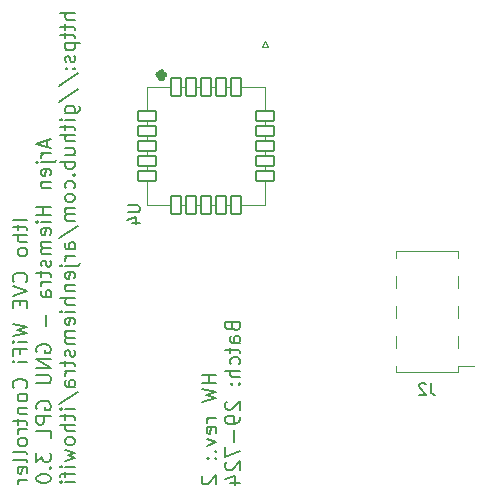
<source format=gbo>
G04 #@! TF.GenerationSoftware,KiCad,Pcbnew,7.0.10*
G04 #@! TF.CreationDate,2024-02-15T21:55:24+01:00*
G04 #@! TF.ProjectId,ithowifi_4l,6974686f-7769-4666-995f-346c2e6b6963,rev?*
G04 #@! TF.SameCoordinates,Original*
G04 #@! TF.FileFunction,Legend,Bot*
G04 #@! TF.FilePolarity,Positive*
%FSLAX46Y46*%
G04 Gerber Fmt 4.6, Leading zero omitted, Abs format (unit mm)*
G04 Created by KiCad (PCBNEW 7.0.10) date 2024-02-15 21:55:24*
%MOMM*%
%LPD*%
G01*
G04 APERTURE LIST*
G04 Aperture macros list*
%AMRoundRect*
0 Rectangle with rounded corners*
0 $1 Rounding radius*
0 $2 $3 $4 $5 $6 $7 $8 $9 X,Y pos of 4 corners*
0 Add a 4 corners polygon primitive as box body*
4,1,4,$2,$3,$4,$5,$6,$7,$8,$9,$2,$3,0*
0 Add four circle primitives for the rounded corners*
1,1,$1+$1,$2,$3*
1,1,$1+$1,$4,$5*
1,1,$1+$1,$6,$7*
1,1,$1+$1,$8,$9*
0 Add four rect primitives between the rounded corners*
20,1,$1+$1,$2,$3,$4,$5,0*
20,1,$1+$1,$4,$5,$6,$7,0*
20,1,$1+$1,$6,$7,$8,$9,0*
20,1,$1+$1,$8,$9,$2,$3,0*%
G04 Aperture macros list end*
%ADD10C,0.200000*%
%ADD11C,0.150000*%
%ADD12C,0.100000*%
%ADD13C,0.635000*%
%ADD14C,0.120000*%
%ADD15RoundRect,0.101600X-0.400000X0.750000X-0.400000X-0.750000X0.400000X-0.750000X0.400000X0.750000X0*%
%ADD16RoundRect,0.101600X0.400000X0.750000X-0.400000X0.750000X-0.400000X-0.750000X0.400000X-0.750000X0*%
%ADD17RoundRect,0.101600X0.750000X0.400000X-0.750000X0.400000X-0.750000X-0.400000X0.750000X-0.400000X0*%
%ADD18RoundRect,0.101600X-0.750000X-0.400000X0.750000X-0.400000X0.750000X0.400000X-0.750000X0.400000X0*%
%ADD19RoundRect,0.101600X-0.750000X0.400000X-0.750000X-0.400000X0.750000X-0.400000X0.750000X0.400000X0*%
%ADD20R,1.700000X1.700000*%
%ADD21O,1.700000X1.700000*%
%ADD22C,3.200000*%
%ADD23C,0.990600*%
%ADD24C,2.000000*%
%ADD25R,3.000000X1.000000*%
%ADD26R,1.500000X5.080000*%
G04 APERTURE END LIST*
D10*
X86951963Y-126225092D02*
X85705963Y-126225092D01*
X86121296Y-126640425D02*
X86121296Y-127115092D01*
X85705963Y-126818425D02*
X86773963Y-126818425D01*
X86773963Y-126818425D02*
X86892630Y-126877759D01*
X86892630Y-126877759D02*
X86951963Y-126996425D01*
X86951963Y-126996425D02*
X86951963Y-127115092D01*
X86951963Y-127530425D02*
X85705963Y-127530425D01*
X86951963Y-128064425D02*
X86299296Y-128064425D01*
X86299296Y-128064425D02*
X86180630Y-128005092D01*
X86180630Y-128005092D02*
X86121296Y-127886425D01*
X86121296Y-127886425D02*
X86121296Y-127708425D01*
X86121296Y-127708425D02*
X86180630Y-127589759D01*
X86180630Y-127589759D02*
X86239963Y-127530425D01*
X86951963Y-128835758D02*
X86892630Y-128717092D01*
X86892630Y-128717092D02*
X86833296Y-128657758D01*
X86833296Y-128657758D02*
X86714630Y-128598425D01*
X86714630Y-128598425D02*
X86358630Y-128598425D01*
X86358630Y-128598425D02*
X86239963Y-128657758D01*
X86239963Y-128657758D02*
X86180630Y-128717092D01*
X86180630Y-128717092D02*
X86121296Y-128835758D01*
X86121296Y-128835758D02*
X86121296Y-129013758D01*
X86121296Y-129013758D02*
X86180630Y-129132425D01*
X86180630Y-129132425D02*
X86239963Y-129191758D01*
X86239963Y-129191758D02*
X86358630Y-129251092D01*
X86358630Y-129251092D02*
X86714630Y-129251092D01*
X86714630Y-129251092D02*
X86833296Y-129191758D01*
X86833296Y-129191758D02*
X86892630Y-129132425D01*
X86892630Y-129132425D02*
X86951963Y-129013758D01*
X86951963Y-129013758D02*
X86951963Y-128835758D01*
X86833296Y-131446424D02*
X86892630Y-131387091D01*
X86892630Y-131387091D02*
X86951963Y-131209091D01*
X86951963Y-131209091D02*
X86951963Y-131090424D01*
X86951963Y-131090424D02*
X86892630Y-130912424D01*
X86892630Y-130912424D02*
X86773963Y-130793758D01*
X86773963Y-130793758D02*
X86655296Y-130734424D01*
X86655296Y-130734424D02*
X86417963Y-130675091D01*
X86417963Y-130675091D02*
X86239963Y-130675091D01*
X86239963Y-130675091D02*
X86002630Y-130734424D01*
X86002630Y-130734424D02*
X85883963Y-130793758D01*
X85883963Y-130793758D02*
X85765296Y-130912424D01*
X85765296Y-130912424D02*
X85705963Y-131090424D01*
X85705963Y-131090424D02*
X85705963Y-131209091D01*
X85705963Y-131209091D02*
X85765296Y-131387091D01*
X85765296Y-131387091D02*
X85824630Y-131446424D01*
X85705963Y-131802424D02*
X86951963Y-132217758D01*
X86951963Y-132217758D02*
X85705963Y-132633091D01*
X86299296Y-133048424D02*
X86299296Y-133463758D01*
X86951963Y-133641758D02*
X86951963Y-133048424D01*
X86951963Y-133048424D02*
X85705963Y-133048424D01*
X85705963Y-133048424D02*
X85705963Y-133641758D01*
X85705963Y-135006424D02*
X86951963Y-135303090D01*
X86951963Y-135303090D02*
X86061963Y-135540424D01*
X86061963Y-135540424D02*
X86951963Y-135777757D01*
X86951963Y-135777757D02*
X85705963Y-136074424D01*
X86951963Y-136549090D02*
X86121296Y-136549090D01*
X85705963Y-136549090D02*
X85765296Y-136489757D01*
X85765296Y-136489757D02*
X85824630Y-136549090D01*
X85824630Y-136549090D02*
X85765296Y-136608424D01*
X85765296Y-136608424D02*
X85705963Y-136549090D01*
X85705963Y-136549090D02*
X85824630Y-136549090D01*
X86299296Y-137557757D02*
X86299296Y-137142423D01*
X86951963Y-137142423D02*
X85705963Y-137142423D01*
X85705963Y-137142423D02*
X85705963Y-137735757D01*
X86951963Y-138210423D02*
X86121296Y-138210423D01*
X85705963Y-138210423D02*
X85765296Y-138151090D01*
X85765296Y-138151090D02*
X85824630Y-138210423D01*
X85824630Y-138210423D02*
X85765296Y-138269757D01*
X85765296Y-138269757D02*
X85705963Y-138210423D01*
X85705963Y-138210423D02*
X85824630Y-138210423D01*
X86833296Y-140465089D02*
X86892630Y-140405756D01*
X86892630Y-140405756D02*
X86951963Y-140227756D01*
X86951963Y-140227756D02*
X86951963Y-140109089D01*
X86951963Y-140109089D02*
X86892630Y-139931089D01*
X86892630Y-139931089D02*
X86773963Y-139812423D01*
X86773963Y-139812423D02*
X86655296Y-139753089D01*
X86655296Y-139753089D02*
X86417963Y-139693756D01*
X86417963Y-139693756D02*
X86239963Y-139693756D01*
X86239963Y-139693756D02*
X86002630Y-139753089D01*
X86002630Y-139753089D02*
X85883963Y-139812423D01*
X85883963Y-139812423D02*
X85765296Y-139931089D01*
X85765296Y-139931089D02*
X85705963Y-140109089D01*
X85705963Y-140109089D02*
X85705963Y-140227756D01*
X85705963Y-140227756D02*
X85765296Y-140405756D01*
X85765296Y-140405756D02*
X85824630Y-140465089D01*
X86951963Y-141177089D02*
X86892630Y-141058423D01*
X86892630Y-141058423D02*
X86833296Y-140999089D01*
X86833296Y-140999089D02*
X86714630Y-140939756D01*
X86714630Y-140939756D02*
X86358630Y-140939756D01*
X86358630Y-140939756D02*
X86239963Y-140999089D01*
X86239963Y-140999089D02*
X86180630Y-141058423D01*
X86180630Y-141058423D02*
X86121296Y-141177089D01*
X86121296Y-141177089D02*
X86121296Y-141355089D01*
X86121296Y-141355089D02*
X86180630Y-141473756D01*
X86180630Y-141473756D02*
X86239963Y-141533089D01*
X86239963Y-141533089D02*
X86358630Y-141592423D01*
X86358630Y-141592423D02*
X86714630Y-141592423D01*
X86714630Y-141592423D02*
X86833296Y-141533089D01*
X86833296Y-141533089D02*
X86892630Y-141473756D01*
X86892630Y-141473756D02*
X86951963Y-141355089D01*
X86951963Y-141355089D02*
X86951963Y-141177089D01*
X86121296Y-142126422D02*
X86951963Y-142126422D01*
X86239963Y-142126422D02*
X86180630Y-142185756D01*
X86180630Y-142185756D02*
X86121296Y-142304422D01*
X86121296Y-142304422D02*
X86121296Y-142482422D01*
X86121296Y-142482422D02*
X86180630Y-142601089D01*
X86180630Y-142601089D02*
X86299296Y-142660422D01*
X86299296Y-142660422D02*
X86951963Y-142660422D01*
X86121296Y-143075755D02*
X86121296Y-143550422D01*
X85705963Y-143253755D02*
X86773963Y-143253755D01*
X86773963Y-143253755D02*
X86892630Y-143313089D01*
X86892630Y-143313089D02*
X86951963Y-143431755D01*
X86951963Y-143431755D02*
X86951963Y-143550422D01*
X86951963Y-143965755D02*
X86121296Y-143965755D01*
X86358630Y-143965755D02*
X86239963Y-144025089D01*
X86239963Y-144025089D02*
X86180630Y-144084422D01*
X86180630Y-144084422D02*
X86121296Y-144203089D01*
X86121296Y-144203089D02*
X86121296Y-144321755D01*
X86951963Y-144915088D02*
X86892630Y-144796422D01*
X86892630Y-144796422D02*
X86833296Y-144737088D01*
X86833296Y-144737088D02*
X86714630Y-144677755D01*
X86714630Y-144677755D02*
X86358630Y-144677755D01*
X86358630Y-144677755D02*
X86239963Y-144737088D01*
X86239963Y-144737088D02*
X86180630Y-144796422D01*
X86180630Y-144796422D02*
X86121296Y-144915088D01*
X86121296Y-144915088D02*
X86121296Y-145093088D01*
X86121296Y-145093088D02*
X86180630Y-145211755D01*
X86180630Y-145211755D02*
X86239963Y-145271088D01*
X86239963Y-145271088D02*
X86358630Y-145330422D01*
X86358630Y-145330422D02*
X86714630Y-145330422D01*
X86714630Y-145330422D02*
X86833296Y-145271088D01*
X86833296Y-145271088D02*
X86892630Y-145211755D01*
X86892630Y-145211755D02*
X86951963Y-145093088D01*
X86951963Y-145093088D02*
X86951963Y-144915088D01*
X86951963Y-146042421D02*
X86892630Y-145923755D01*
X86892630Y-145923755D02*
X86773963Y-145864421D01*
X86773963Y-145864421D02*
X85705963Y-145864421D01*
X86951963Y-146695088D02*
X86892630Y-146576422D01*
X86892630Y-146576422D02*
X86773963Y-146517088D01*
X86773963Y-146517088D02*
X85705963Y-146517088D01*
X86892630Y-147644422D02*
X86951963Y-147525755D01*
X86951963Y-147525755D02*
X86951963Y-147288422D01*
X86951963Y-147288422D02*
X86892630Y-147169755D01*
X86892630Y-147169755D02*
X86773963Y-147110422D01*
X86773963Y-147110422D02*
X86299296Y-147110422D01*
X86299296Y-147110422D02*
X86180630Y-147169755D01*
X86180630Y-147169755D02*
X86121296Y-147288422D01*
X86121296Y-147288422D02*
X86121296Y-147525755D01*
X86121296Y-147525755D02*
X86180630Y-147644422D01*
X86180630Y-147644422D02*
X86299296Y-147703755D01*
X86299296Y-147703755D02*
X86417963Y-147703755D01*
X86417963Y-147703755D02*
X86536630Y-147110422D01*
X86951963Y-148237755D02*
X86121296Y-148237755D01*
X86358630Y-148237755D02*
X86239963Y-148297089D01*
X86239963Y-148297089D02*
X86180630Y-148356422D01*
X86180630Y-148356422D02*
X86121296Y-148475089D01*
X86121296Y-148475089D02*
X86121296Y-148593755D01*
X88602023Y-119461092D02*
X88602023Y-120054425D01*
X88958023Y-119342425D02*
X87712023Y-119757759D01*
X87712023Y-119757759D02*
X88958023Y-120173092D01*
X88958023Y-120588425D02*
X88127356Y-120588425D01*
X88364690Y-120588425D02*
X88246023Y-120647759D01*
X88246023Y-120647759D02*
X88186690Y-120707092D01*
X88186690Y-120707092D02*
X88127356Y-120825759D01*
X88127356Y-120825759D02*
X88127356Y-120944425D01*
X88127356Y-121359758D02*
X89195356Y-121359758D01*
X89195356Y-121359758D02*
X89314023Y-121300425D01*
X89314023Y-121300425D02*
X89373356Y-121181758D01*
X89373356Y-121181758D02*
X89373356Y-121122425D01*
X87712023Y-121359758D02*
X87771356Y-121300425D01*
X87771356Y-121300425D02*
X87830690Y-121359758D01*
X87830690Y-121359758D02*
X87771356Y-121419092D01*
X87771356Y-121419092D02*
X87712023Y-121359758D01*
X87712023Y-121359758D02*
X87830690Y-121359758D01*
X88898690Y-122427758D02*
X88958023Y-122309091D01*
X88958023Y-122309091D02*
X88958023Y-122071758D01*
X88958023Y-122071758D02*
X88898690Y-121953091D01*
X88898690Y-121953091D02*
X88780023Y-121893758D01*
X88780023Y-121893758D02*
X88305356Y-121893758D01*
X88305356Y-121893758D02*
X88186690Y-121953091D01*
X88186690Y-121953091D02*
X88127356Y-122071758D01*
X88127356Y-122071758D02*
X88127356Y-122309091D01*
X88127356Y-122309091D02*
X88186690Y-122427758D01*
X88186690Y-122427758D02*
X88305356Y-122487091D01*
X88305356Y-122487091D02*
X88424023Y-122487091D01*
X88424023Y-122487091D02*
X88542690Y-121893758D01*
X88127356Y-123021091D02*
X88958023Y-123021091D01*
X88246023Y-123021091D02*
X88186690Y-123080425D01*
X88186690Y-123080425D02*
X88127356Y-123199091D01*
X88127356Y-123199091D02*
X88127356Y-123377091D01*
X88127356Y-123377091D02*
X88186690Y-123495758D01*
X88186690Y-123495758D02*
X88305356Y-123555091D01*
X88305356Y-123555091D02*
X88958023Y-123555091D01*
X88958023Y-125097757D02*
X87712023Y-125097757D01*
X88305356Y-125097757D02*
X88305356Y-125809757D01*
X88958023Y-125809757D02*
X87712023Y-125809757D01*
X88958023Y-126403090D02*
X88127356Y-126403090D01*
X87712023Y-126403090D02*
X87771356Y-126343757D01*
X87771356Y-126343757D02*
X87830690Y-126403090D01*
X87830690Y-126403090D02*
X87771356Y-126462424D01*
X87771356Y-126462424D02*
X87712023Y-126403090D01*
X87712023Y-126403090D02*
X87830690Y-126403090D01*
X88898690Y-127471090D02*
X88958023Y-127352423D01*
X88958023Y-127352423D02*
X88958023Y-127115090D01*
X88958023Y-127115090D02*
X88898690Y-126996423D01*
X88898690Y-126996423D02*
X88780023Y-126937090D01*
X88780023Y-126937090D02*
X88305356Y-126937090D01*
X88305356Y-126937090D02*
X88186690Y-126996423D01*
X88186690Y-126996423D02*
X88127356Y-127115090D01*
X88127356Y-127115090D02*
X88127356Y-127352423D01*
X88127356Y-127352423D02*
X88186690Y-127471090D01*
X88186690Y-127471090D02*
X88305356Y-127530423D01*
X88305356Y-127530423D02*
X88424023Y-127530423D01*
X88424023Y-127530423D02*
X88542690Y-126937090D01*
X88958023Y-128064423D02*
X88127356Y-128064423D01*
X88246023Y-128064423D02*
X88186690Y-128123757D01*
X88186690Y-128123757D02*
X88127356Y-128242423D01*
X88127356Y-128242423D02*
X88127356Y-128420423D01*
X88127356Y-128420423D02*
X88186690Y-128539090D01*
X88186690Y-128539090D02*
X88305356Y-128598423D01*
X88305356Y-128598423D02*
X88958023Y-128598423D01*
X88305356Y-128598423D02*
X88186690Y-128657757D01*
X88186690Y-128657757D02*
X88127356Y-128776423D01*
X88127356Y-128776423D02*
X88127356Y-128954423D01*
X88127356Y-128954423D02*
X88186690Y-129073090D01*
X88186690Y-129073090D02*
X88305356Y-129132423D01*
X88305356Y-129132423D02*
X88958023Y-129132423D01*
X88898690Y-129666423D02*
X88958023Y-129785090D01*
X88958023Y-129785090D02*
X88958023Y-130022423D01*
X88958023Y-130022423D02*
X88898690Y-130141090D01*
X88898690Y-130141090D02*
X88780023Y-130200423D01*
X88780023Y-130200423D02*
X88720690Y-130200423D01*
X88720690Y-130200423D02*
X88602023Y-130141090D01*
X88602023Y-130141090D02*
X88542690Y-130022423D01*
X88542690Y-130022423D02*
X88542690Y-129844423D01*
X88542690Y-129844423D02*
X88483356Y-129725756D01*
X88483356Y-129725756D02*
X88364690Y-129666423D01*
X88364690Y-129666423D02*
X88305356Y-129666423D01*
X88305356Y-129666423D02*
X88186690Y-129725756D01*
X88186690Y-129725756D02*
X88127356Y-129844423D01*
X88127356Y-129844423D02*
X88127356Y-130022423D01*
X88127356Y-130022423D02*
X88186690Y-130141090D01*
X88127356Y-130556423D02*
X88127356Y-131031090D01*
X87712023Y-130734423D02*
X88780023Y-130734423D01*
X88780023Y-130734423D02*
X88898690Y-130793757D01*
X88898690Y-130793757D02*
X88958023Y-130912423D01*
X88958023Y-130912423D02*
X88958023Y-131031090D01*
X88958023Y-131446423D02*
X88127356Y-131446423D01*
X88364690Y-131446423D02*
X88246023Y-131505757D01*
X88246023Y-131505757D02*
X88186690Y-131565090D01*
X88186690Y-131565090D02*
X88127356Y-131683757D01*
X88127356Y-131683757D02*
X88127356Y-131802423D01*
X88958023Y-132751756D02*
X88305356Y-132751756D01*
X88305356Y-132751756D02*
X88186690Y-132692423D01*
X88186690Y-132692423D02*
X88127356Y-132573756D01*
X88127356Y-132573756D02*
X88127356Y-132336423D01*
X88127356Y-132336423D02*
X88186690Y-132217756D01*
X88898690Y-132751756D02*
X88958023Y-132633090D01*
X88958023Y-132633090D02*
X88958023Y-132336423D01*
X88958023Y-132336423D02*
X88898690Y-132217756D01*
X88898690Y-132217756D02*
X88780023Y-132158423D01*
X88780023Y-132158423D02*
X88661356Y-132158423D01*
X88661356Y-132158423D02*
X88542690Y-132217756D01*
X88542690Y-132217756D02*
X88483356Y-132336423D01*
X88483356Y-132336423D02*
X88483356Y-132633090D01*
X88483356Y-132633090D02*
X88424023Y-132751756D01*
X88483356Y-134294422D02*
X88483356Y-135243756D01*
X87771356Y-137439089D02*
X87712023Y-137320422D01*
X87712023Y-137320422D02*
X87712023Y-137142422D01*
X87712023Y-137142422D02*
X87771356Y-136964422D01*
X87771356Y-136964422D02*
X87890023Y-136845756D01*
X87890023Y-136845756D02*
X88008690Y-136786422D01*
X88008690Y-136786422D02*
X88246023Y-136727089D01*
X88246023Y-136727089D02*
X88424023Y-136727089D01*
X88424023Y-136727089D02*
X88661356Y-136786422D01*
X88661356Y-136786422D02*
X88780023Y-136845756D01*
X88780023Y-136845756D02*
X88898690Y-136964422D01*
X88898690Y-136964422D02*
X88958023Y-137142422D01*
X88958023Y-137142422D02*
X88958023Y-137261089D01*
X88958023Y-137261089D02*
X88898690Y-137439089D01*
X88898690Y-137439089D02*
X88839356Y-137498422D01*
X88839356Y-137498422D02*
X88424023Y-137498422D01*
X88424023Y-137498422D02*
X88424023Y-137261089D01*
X88958023Y-138032422D02*
X87712023Y-138032422D01*
X87712023Y-138032422D02*
X88958023Y-138744422D01*
X88958023Y-138744422D02*
X87712023Y-138744422D01*
X87712023Y-139337755D02*
X88720690Y-139337755D01*
X88720690Y-139337755D02*
X88839356Y-139397089D01*
X88839356Y-139397089D02*
X88898690Y-139456422D01*
X88898690Y-139456422D02*
X88958023Y-139575089D01*
X88958023Y-139575089D02*
X88958023Y-139812422D01*
X88958023Y-139812422D02*
X88898690Y-139931089D01*
X88898690Y-139931089D02*
X88839356Y-139990422D01*
X88839356Y-139990422D02*
X88720690Y-140049755D01*
X88720690Y-140049755D02*
X87712023Y-140049755D01*
X87771356Y-142245088D02*
X87712023Y-142126421D01*
X87712023Y-142126421D02*
X87712023Y-141948421D01*
X87712023Y-141948421D02*
X87771356Y-141770421D01*
X87771356Y-141770421D02*
X87890023Y-141651755D01*
X87890023Y-141651755D02*
X88008690Y-141592421D01*
X88008690Y-141592421D02*
X88246023Y-141533088D01*
X88246023Y-141533088D02*
X88424023Y-141533088D01*
X88424023Y-141533088D02*
X88661356Y-141592421D01*
X88661356Y-141592421D02*
X88780023Y-141651755D01*
X88780023Y-141651755D02*
X88898690Y-141770421D01*
X88898690Y-141770421D02*
X88958023Y-141948421D01*
X88958023Y-141948421D02*
X88958023Y-142067088D01*
X88958023Y-142067088D02*
X88898690Y-142245088D01*
X88898690Y-142245088D02*
X88839356Y-142304421D01*
X88839356Y-142304421D02*
X88424023Y-142304421D01*
X88424023Y-142304421D02*
X88424023Y-142067088D01*
X88958023Y-142838421D02*
X87712023Y-142838421D01*
X87712023Y-142838421D02*
X87712023Y-143313088D01*
X87712023Y-143313088D02*
X87771356Y-143431755D01*
X87771356Y-143431755D02*
X87830690Y-143491088D01*
X87830690Y-143491088D02*
X87949356Y-143550421D01*
X87949356Y-143550421D02*
X88127356Y-143550421D01*
X88127356Y-143550421D02*
X88246023Y-143491088D01*
X88246023Y-143491088D02*
X88305356Y-143431755D01*
X88305356Y-143431755D02*
X88364690Y-143313088D01*
X88364690Y-143313088D02*
X88364690Y-142838421D01*
X88958023Y-144677755D02*
X88958023Y-144084421D01*
X88958023Y-144084421D02*
X87712023Y-144084421D01*
X87712023Y-145923755D02*
X87712023Y-146695088D01*
X87712023Y-146695088D02*
X88186690Y-146279755D01*
X88186690Y-146279755D02*
X88186690Y-146457755D01*
X88186690Y-146457755D02*
X88246023Y-146576421D01*
X88246023Y-146576421D02*
X88305356Y-146635755D01*
X88305356Y-146635755D02*
X88424023Y-146695088D01*
X88424023Y-146695088D02*
X88720690Y-146695088D01*
X88720690Y-146695088D02*
X88839356Y-146635755D01*
X88839356Y-146635755D02*
X88898690Y-146576421D01*
X88898690Y-146576421D02*
X88958023Y-146457755D01*
X88958023Y-146457755D02*
X88958023Y-146101755D01*
X88958023Y-146101755D02*
X88898690Y-145983088D01*
X88898690Y-145983088D02*
X88839356Y-145923755D01*
X88839356Y-147229088D02*
X88898690Y-147288422D01*
X88898690Y-147288422D02*
X88958023Y-147229088D01*
X88958023Y-147229088D02*
X88898690Y-147169755D01*
X88898690Y-147169755D02*
X88839356Y-147229088D01*
X88839356Y-147229088D02*
X88958023Y-147229088D01*
X87712023Y-148059755D02*
X87712023Y-148178421D01*
X87712023Y-148178421D02*
X87771356Y-148297088D01*
X87771356Y-148297088D02*
X87830690Y-148356421D01*
X87830690Y-148356421D02*
X87949356Y-148415755D01*
X87949356Y-148415755D02*
X88186690Y-148475088D01*
X88186690Y-148475088D02*
X88483356Y-148475088D01*
X88483356Y-148475088D02*
X88720690Y-148415755D01*
X88720690Y-148415755D02*
X88839356Y-148356421D01*
X88839356Y-148356421D02*
X88898690Y-148297088D01*
X88898690Y-148297088D02*
X88958023Y-148178421D01*
X88958023Y-148178421D02*
X88958023Y-148059755D01*
X88958023Y-148059755D02*
X88898690Y-147941088D01*
X88898690Y-147941088D02*
X88839356Y-147881755D01*
X88839356Y-147881755D02*
X88720690Y-147822421D01*
X88720690Y-147822421D02*
X88483356Y-147763088D01*
X88483356Y-147763088D02*
X88186690Y-147763088D01*
X88186690Y-147763088D02*
X87949356Y-147822421D01*
X87949356Y-147822421D02*
X87830690Y-147881755D01*
X87830690Y-147881755D02*
X87771356Y-147941088D01*
X87771356Y-147941088D02*
X87712023Y-148059755D01*
X90964083Y-108721764D02*
X89718083Y-108721764D01*
X90964083Y-109255764D02*
X90311416Y-109255764D01*
X90311416Y-109255764D02*
X90192750Y-109196431D01*
X90192750Y-109196431D02*
X90133416Y-109077764D01*
X90133416Y-109077764D02*
X90133416Y-108899764D01*
X90133416Y-108899764D02*
X90192750Y-108781098D01*
X90192750Y-108781098D02*
X90252083Y-108721764D01*
X90133416Y-109671097D02*
X90133416Y-110145764D01*
X89718083Y-109849097D02*
X90786083Y-109849097D01*
X90786083Y-109849097D02*
X90904750Y-109908431D01*
X90904750Y-109908431D02*
X90964083Y-110027097D01*
X90964083Y-110027097D02*
X90964083Y-110145764D01*
X90133416Y-110383097D02*
X90133416Y-110857764D01*
X89718083Y-110561097D02*
X90786083Y-110561097D01*
X90786083Y-110561097D02*
X90904750Y-110620431D01*
X90904750Y-110620431D02*
X90964083Y-110739097D01*
X90964083Y-110739097D02*
X90964083Y-110857764D01*
X90133416Y-111273097D02*
X91379416Y-111273097D01*
X90192750Y-111273097D02*
X90133416Y-111391764D01*
X90133416Y-111391764D02*
X90133416Y-111629097D01*
X90133416Y-111629097D02*
X90192750Y-111747764D01*
X90192750Y-111747764D02*
X90252083Y-111807097D01*
X90252083Y-111807097D02*
X90370750Y-111866431D01*
X90370750Y-111866431D02*
X90726750Y-111866431D01*
X90726750Y-111866431D02*
X90845416Y-111807097D01*
X90845416Y-111807097D02*
X90904750Y-111747764D01*
X90904750Y-111747764D02*
X90964083Y-111629097D01*
X90964083Y-111629097D02*
X90964083Y-111391764D01*
X90964083Y-111391764D02*
X90904750Y-111273097D01*
X90904750Y-112341097D02*
X90964083Y-112459764D01*
X90964083Y-112459764D02*
X90964083Y-112697097D01*
X90964083Y-112697097D02*
X90904750Y-112815764D01*
X90904750Y-112815764D02*
X90786083Y-112875097D01*
X90786083Y-112875097D02*
X90726750Y-112875097D01*
X90726750Y-112875097D02*
X90608083Y-112815764D01*
X90608083Y-112815764D02*
X90548750Y-112697097D01*
X90548750Y-112697097D02*
X90548750Y-112519097D01*
X90548750Y-112519097D02*
X90489416Y-112400430D01*
X90489416Y-112400430D02*
X90370750Y-112341097D01*
X90370750Y-112341097D02*
X90311416Y-112341097D01*
X90311416Y-112341097D02*
X90192750Y-112400430D01*
X90192750Y-112400430D02*
X90133416Y-112519097D01*
X90133416Y-112519097D02*
X90133416Y-112697097D01*
X90133416Y-112697097D02*
X90192750Y-112815764D01*
X90845416Y-113409097D02*
X90904750Y-113468431D01*
X90904750Y-113468431D02*
X90964083Y-113409097D01*
X90964083Y-113409097D02*
X90904750Y-113349764D01*
X90904750Y-113349764D02*
X90845416Y-113409097D01*
X90845416Y-113409097D02*
X90964083Y-113409097D01*
X90192750Y-113409097D02*
X90252083Y-113468431D01*
X90252083Y-113468431D02*
X90311416Y-113409097D01*
X90311416Y-113409097D02*
X90252083Y-113349764D01*
X90252083Y-113349764D02*
X90192750Y-113409097D01*
X90192750Y-113409097D02*
X90311416Y-113409097D01*
X89658750Y-114892430D02*
X91260750Y-113824430D01*
X89658750Y-116197763D02*
X91260750Y-115129763D01*
X90133416Y-117147096D02*
X91142083Y-117147096D01*
X91142083Y-117147096D02*
X91260750Y-117087763D01*
X91260750Y-117087763D02*
X91320083Y-117028430D01*
X91320083Y-117028430D02*
X91379416Y-116909763D01*
X91379416Y-116909763D02*
X91379416Y-116731763D01*
X91379416Y-116731763D02*
X91320083Y-116613096D01*
X90904750Y-117147096D02*
X90964083Y-117028430D01*
X90964083Y-117028430D02*
X90964083Y-116791096D01*
X90964083Y-116791096D02*
X90904750Y-116672430D01*
X90904750Y-116672430D02*
X90845416Y-116613096D01*
X90845416Y-116613096D02*
X90726750Y-116553763D01*
X90726750Y-116553763D02*
X90370750Y-116553763D01*
X90370750Y-116553763D02*
X90252083Y-116613096D01*
X90252083Y-116613096D02*
X90192750Y-116672430D01*
X90192750Y-116672430D02*
X90133416Y-116791096D01*
X90133416Y-116791096D02*
X90133416Y-117028430D01*
X90133416Y-117028430D02*
X90192750Y-117147096D01*
X90964083Y-117740429D02*
X90133416Y-117740429D01*
X89718083Y-117740429D02*
X89777416Y-117681096D01*
X89777416Y-117681096D02*
X89836750Y-117740429D01*
X89836750Y-117740429D02*
X89777416Y-117799763D01*
X89777416Y-117799763D02*
X89718083Y-117740429D01*
X89718083Y-117740429D02*
X89836750Y-117740429D01*
X90133416Y-118155762D02*
X90133416Y-118630429D01*
X89718083Y-118333762D02*
X90786083Y-118333762D01*
X90786083Y-118333762D02*
X90904750Y-118393096D01*
X90904750Y-118393096D02*
X90964083Y-118511762D01*
X90964083Y-118511762D02*
X90964083Y-118630429D01*
X90964083Y-119045762D02*
X89718083Y-119045762D01*
X90964083Y-119579762D02*
X90311416Y-119579762D01*
X90311416Y-119579762D02*
X90192750Y-119520429D01*
X90192750Y-119520429D02*
X90133416Y-119401762D01*
X90133416Y-119401762D02*
X90133416Y-119223762D01*
X90133416Y-119223762D02*
X90192750Y-119105096D01*
X90192750Y-119105096D02*
X90252083Y-119045762D01*
X90133416Y-120707095D02*
X90964083Y-120707095D01*
X90133416Y-120173095D02*
X90786083Y-120173095D01*
X90786083Y-120173095D02*
X90904750Y-120232429D01*
X90904750Y-120232429D02*
X90964083Y-120351095D01*
X90964083Y-120351095D02*
X90964083Y-120529095D01*
X90964083Y-120529095D02*
X90904750Y-120647762D01*
X90904750Y-120647762D02*
X90845416Y-120707095D01*
X90964083Y-121300428D02*
X89718083Y-121300428D01*
X90192750Y-121300428D02*
X90133416Y-121419095D01*
X90133416Y-121419095D02*
X90133416Y-121656428D01*
X90133416Y-121656428D02*
X90192750Y-121775095D01*
X90192750Y-121775095D02*
X90252083Y-121834428D01*
X90252083Y-121834428D02*
X90370750Y-121893762D01*
X90370750Y-121893762D02*
X90726750Y-121893762D01*
X90726750Y-121893762D02*
X90845416Y-121834428D01*
X90845416Y-121834428D02*
X90904750Y-121775095D01*
X90904750Y-121775095D02*
X90964083Y-121656428D01*
X90964083Y-121656428D02*
X90964083Y-121419095D01*
X90964083Y-121419095D02*
X90904750Y-121300428D01*
X90845416Y-122427761D02*
X90904750Y-122487095D01*
X90904750Y-122487095D02*
X90964083Y-122427761D01*
X90964083Y-122427761D02*
X90904750Y-122368428D01*
X90904750Y-122368428D02*
X90845416Y-122427761D01*
X90845416Y-122427761D02*
X90964083Y-122427761D01*
X90904750Y-123555094D02*
X90964083Y-123436428D01*
X90964083Y-123436428D02*
X90964083Y-123199094D01*
X90964083Y-123199094D02*
X90904750Y-123080428D01*
X90904750Y-123080428D02*
X90845416Y-123021094D01*
X90845416Y-123021094D02*
X90726750Y-122961761D01*
X90726750Y-122961761D02*
X90370750Y-122961761D01*
X90370750Y-122961761D02*
X90252083Y-123021094D01*
X90252083Y-123021094D02*
X90192750Y-123080428D01*
X90192750Y-123080428D02*
X90133416Y-123199094D01*
X90133416Y-123199094D02*
X90133416Y-123436428D01*
X90133416Y-123436428D02*
X90192750Y-123555094D01*
X90964083Y-124267094D02*
X90904750Y-124148428D01*
X90904750Y-124148428D02*
X90845416Y-124089094D01*
X90845416Y-124089094D02*
X90726750Y-124029761D01*
X90726750Y-124029761D02*
X90370750Y-124029761D01*
X90370750Y-124029761D02*
X90252083Y-124089094D01*
X90252083Y-124089094D02*
X90192750Y-124148428D01*
X90192750Y-124148428D02*
X90133416Y-124267094D01*
X90133416Y-124267094D02*
X90133416Y-124445094D01*
X90133416Y-124445094D02*
X90192750Y-124563761D01*
X90192750Y-124563761D02*
X90252083Y-124623094D01*
X90252083Y-124623094D02*
X90370750Y-124682428D01*
X90370750Y-124682428D02*
X90726750Y-124682428D01*
X90726750Y-124682428D02*
X90845416Y-124623094D01*
X90845416Y-124623094D02*
X90904750Y-124563761D01*
X90904750Y-124563761D02*
X90964083Y-124445094D01*
X90964083Y-124445094D02*
X90964083Y-124267094D01*
X90964083Y-125216427D02*
X90133416Y-125216427D01*
X90252083Y-125216427D02*
X90192750Y-125275761D01*
X90192750Y-125275761D02*
X90133416Y-125394427D01*
X90133416Y-125394427D02*
X90133416Y-125572427D01*
X90133416Y-125572427D02*
X90192750Y-125691094D01*
X90192750Y-125691094D02*
X90311416Y-125750427D01*
X90311416Y-125750427D02*
X90964083Y-125750427D01*
X90311416Y-125750427D02*
X90192750Y-125809761D01*
X90192750Y-125809761D02*
X90133416Y-125928427D01*
X90133416Y-125928427D02*
X90133416Y-126106427D01*
X90133416Y-126106427D02*
X90192750Y-126225094D01*
X90192750Y-126225094D02*
X90311416Y-126284427D01*
X90311416Y-126284427D02*
X90964083Y-126284427D01*
X89658750Y-127767760D02*
X91260750Y-126699760D01*
X90964083Y-128717093D02*
X90311416Y-128717093D01*
X90311416Y-128717093D02*
X90192750Y-128657760D01*
X90192750Y-128657760D02*
X90133416Y-128539093D01*
X90133416Y-128539093D02*
X90133416Y-128301760D01*
X90133416Y-128301760D02*
X90192750Y-128183093D01*
X90904750Y-128717093D02*
X90964083Y-128598427D01*
X90964083Y-128598427D02*
X90964083Y-128301760D01*
X90964083Y-128301760D02*
X90904750Y-128183093D01*
X90904750Y-128183093D02*
X90786083Y-128123760D01*
X90786083Y-128123760D02*
X90667416Y-128123760D01*
X90667416Y-128123760D02*
X90548750Y-128183093D01*
X90548750Y-128183093D02*
X90489416Y-128301760D01*
X90489416Y-128301760D02*
X90489416Y-128598427D01*
X90489416Y-128598427D02*
X90430083Y-128717093D01*
X90964083Y-129310426D02*
X90133416Y-129310426D01*
X90370750Y-129310426D02*
X90252083Y-129369760D01*
X90252083Y-129369760D02*
X90192750Y-129429093D01*
X90192750Y-129429093D02*
X90133416Y-129547760D01*
X90133416Y-129547760D02*
X90133416Y-129666426D01*
X90133416Y-130081759D02*
X91201416Y-130081759D01*
X91201416Y-130081759D02*
X91320083Y-130022426D01*
X91320083Y-130022426D02*
X91379416Y-129903759D01*
X91379416Y-129903759D02*
X91379416Y-129844426D01*
X89718083Y-130081759D02*
X89777416Y-130022426D01*
X89777416Y-130022426D02*
X89836750Y-130081759D01*
X89836750Y-130081759D02*
X89777416Y-130141093D01*
X89777416Y-130141093D02*
X89718083Y-130081759D01*
X89718083Y-130081759D02*
X89836750Y-130081759D01*
X90904750Y-131149759D02*
X90964083Y-131031092D01*
X90964083Y-131031092D02*
X90964083Y-130793759D01*
X90964083Y-130793759D02*
X90904750Y-130675092D01*
X90904750Y-130675092D02*
X90786083Y-130615759D01*
X90786083Y-130615759D02*
X90311416Y-130615759D01*
X90311416Y-130615759D02*
X90192750Y-130675092D01*
X90192750Y-130675092D02*
X90133416Y-130793759D01*
X90133416Y-130793759D02*
X90133416Y-131031092D01*
X90133416Y-131031092D02*
X90192750Y-131149759D01*
X90192750Y-131149759D02*
X90311416Y-131209092D01*
X90311416Y-131209092D02*
X90430083Y-131209092D01*
X90430083Y-131209092D02*
X90548750Y-130615759D01*
X90133416Y-131743092D02*
X90964083Y-131743092D01*
X90252083Y-131743092D02*
X90192750Y-131802426D01*
X90192750Y-131802426D02*
X90133416Y-131921092D01*
X90133416Y-131921092D02*
X90133416Y-132099092D01*
X90133416Y-132099092D02*
X90192750Y-132217759D01*
X90192750Y-132217759D02*
X90311416Y-132277092D01*
X90311416Y-132277092D02*
X90964083Y-132277092D01*
X90964083Y-132870425D02*
X89718083Y-132870425D01*
X90964083Y-133404425D02*
X90311416Y-133404425D01*
X90311416Y-133404425D02*
X90192750Y-133345092D01*
X90192750Y-133345092D02*
X90133416Y-133226425D01*
X90133416Y-133226425D02*
X90133416Y-133048425D01*
X90133416Y-133048425D02*
X90192750Y-132929759D01*
X90192750Y-132929759D02*
X90252083Y-132870425D01*
X90964083Y-133997758D02*
X90133416Y-133997758D01*
X89718083Y-133997758D02*
X89777416Y-133938425D01*
X89777416Y-133938425D02*
X89836750Y-133997758D01*
X89836750Y-133997758D02*
X89777416Y-134057092D01*
X89777416Y-134057092D02*
X89718083Y-133997758D01*
X89718083Y-133997758D02*
X89836750Y-133997758D01*
X90904750Y-135065758D02*
X90964083Y-134947091D01*
X90964083Y-134947091D02*
X90964083Y-134709758D01*
X90964083Y-134709758D02*
X90904750Y-134591091D01*
X90904750Y-134591091D02*
X90786083Y-134531758D01*
X90786083Y-134531758D02*
X90311416Y-134531758D01*
X90311416Y-134531758D02*
X90192750Y-134591091D01*
X90192750Y-134591091D02*
X90133416Y-134709758D01*
X90133416Y-134709758D02*
X90133416Y-134947091D01*
X90133416Y-134947091D02*
X90192750Y-135065758D01*
X90192750Y-135065758D02*
X90311416Y-135125091D01*
X90311416Y-135125091D02*
X90430083Y-135125091D01*
X90430083Y-135125091D02*
X90548750Y-134531758D01*
X90964083Y-135659091D02*
X90133416Y-135659091D01*
X90252083Y-135659091D02*
X90192750Y-135718425D01*
X90192750Y-135718425D02*
X90133416Y-135837091D01*
X90133416Y-135837091D02*
X90133416Y-136015091D01*
X90133416Y-136015091D02*
X90192750Y-136133758D01*
X90192750Y-136133758D02*
X90311416Y-136193091D01*
X90311416Y-136193091D02*
X90964083Y-136193091D01*
X90311416Y-136193091D02*
X90192750Y-136252425D01*
X90192750Y-136252425D02*
X90133416Y-136371091D01*
X90133416Y-136371091D02*
X90133416Y-136549091D01*
X90133416Y-136549091D02*
X90192750Y-136667758D01*
X90192750Y-136667758D02*
X90311416Y-136727091D01*
X90311416Y-136727091D02*
X90964083Y-136727091D01*
X90904750Y-137261091D02*
X90964083Y-137379758D01*
X90964083Y-137379758D02*
X90964083Y-137617091D01*
X90964083Y-137617091D02*
X90904750Y-137735758D01*
X90904750Y-137735758D02*
X90786083Y-137795091D01*
X90786083Y-137795091D02*
X90726750Y-137795091D01*
X90726750Y-137795091D02*
X90608083Y-137735758D01*
X90608083Y-137735758D02*
X90548750Y-137617091D01*
X90548750Y-137617091D02*
X90548750Y-137439091D01*
X90548750Y-137439091D02*
X90489416Y-137320424D01*
X90489416Y-137320424D02*
X90370750Y-137261091D01*
X90370750Y-137261091D02*
X90311416Y-137261091D01*
X90311416Y-137261091D02*
X90192750Y-137320424D01*
X90192750Y-137320424D02*
X90133416Y-137439091D01*
X90133416Y-137439091D02*
X90133416Y-137617091D01*
X90133416Y-137617091D02*
X90192750Y-137735758D01*
X90133416Y-138151091D02*
X90133416Y-138625758D01*
X89718083Y-138329091D02*
X90786083Y-138329091D01*
X90786083Y-138329091D02*
X90904750Y-138388425D01*
X90904750Y-138388425D02*
X90964083Y-138507091D01*
X90964083Y-138507091D02*
X90964083Y-138625758D01*
X90964083Y-139041091D02*
X90133416Y-139041091D01*
X90370750Y-139041091D02*
X90252083Y-139100425D01*
X90252083Y-139100425D02*
X90192750Y-139159758D01*
X90192750Y-139159758D02*
X90133416Y-139278425D01*
X90133416Y-139278425D02*
X90133416Y-139397091D01*
X90964083Y-140346424D02*
X90311416Y-140346424D01*
X90311416Y-140346424D02*
X90192750Y-140287091D01*
X90192750Y-140287091D02*
X90133416Y-140168424D01*
X90133416Y-140168424D02*
X90133416Y-139931091D01*
X90133416Y-139931091D02*
X90192750Y-139812424D01*
X90904750Y-140346424D02*
X90964083Y-140227758D01*
X90964083Y-140227758D02*
X90964083Y-139931091D01*
X90964083Y-139931091D02*
X90904750Y-139812424D01*
X90904750Y-139812424D02*
X90786083Y-139753091D01*
X90786083Y-139753091D02*
X90667416Y-139753091D01*
X90667416Y-139753091D02*
X90548750Y-139812424D01*
X90548750Y-139812424D02*
X90489416Y-139931091D01*
X90489416Y-139931091D02*
X90489416Y-140227758D01*
X90489416Y-140227758D02*
X90430083Y-140346424D01*
X89658750Y-141829757D02*
X91260750Y-140761757D01*
X90964083Y-142245090D02*
X90133416Y-142245090D01*
X89718083Y-142245090D02*
X89777416Y-142185757D01*
X89777416Y-142185757D02*
X89836750Y-142245090D01*
X89836750Y-142245090D02*
X89777416Y-142304424D01*
X89777416Y-142304424D02*
X89718083Y-142245090D01*
X89718083Y-142245090D02*
X89836750Y-142245090D01*
X90133416Y-142660423D02*
X90133416Y-143135090D01*
X89718083Y-142838423D02*
X90786083Y-142838423D01*
X90786083Y-142838423D02*
X90904750Y-142897757D01*
X90904750Y-142897757D02*
X90964083Y-143016423D01*
X90964083Y-143016423D02*
X90964083Y-143135090D01*
X90964083Y-143550423D02*
X89718083Y-143550423D01*
X90964083Y-144084423D02*
X90311416Y-144084423D01*
X90311416Y-144084423D02*
X90192750Y-144025090D01*
X90192750Y-144025090D02*
X90133416Y-143906423D01*
X90133416Y-143906423D02*
X90133416Y-143728423D01*
X90133416Y-143728423D02*
X90192750Y-143609757D01*
X90192750Y-143609757D02*
X90252083Y-143550423D01*
X90964083Y-144855756D02*
X90904750Y-144737090D01*
X90904750Y-144737090D02*
X90845416Y-144677756D01*
X90845416Y-144677756D02*
X90726750Y-144618423D01*
X90726750Y-144618423D02*
X90370750Y-144618423D01*
X90370750Y-144618423D02*
X90252083Y-144677756D01*
X90252083Y-144677756D02*
X90192750Y-144737090D01*
X90192750Y-144737090D02*
X90133416Y-144855756D01*
X90133416Y-144855756D02*
X90133416Y-145033756D01*
X90133416Y-145033756D02*
X90192750Y-145152423D01*
X90192750Y-145152423D02*
X90252083Y-145211756D01*
X90252083Y-145211756D02*
X90370750Y-145271090D01*
X90370750Y-145271090D02*
X90726750Y-145271090D01*
X90726750Y-145271090D02*
X90845416Y-145211756D01*
X90845416Y-145211756D02*
X90904750Y-145152423D01*
X90904750Y-145152423D02*
X90964083Y-145033756D01*
X90964083Y-145033756D02*
X90964083Y-144855756D01*
X90133416Y-145686423D02*
X90964083Y-145923756D01*
X90964083Y-145923756D02*
X90370750Y-146161089D01*
X90370750Y-146161089D02*
X90964083Y-146398423D01*
X90964083Y-146398423D02*
X90133416Y-146635756D01*
X90964083Y-147110422D02*
X90133416Y-147110422D01*
X89718083Y-147110422D02*
X89777416Y-147051089D01*
X89777416Y-147051089D02*
X89836750Y-147110422D01*
X89836750Y-147110422D02*
X89777416Y-147169756D01*
X89777416Y-147169756D02*
X89718083Y-147110422D01*
X89718083Y-147110422D02*
X89836750Y-147110422D01*
X90133416Y-147525755D02*
X90133416Y-148000422D01*
X90964083Y-147703755D02*
X89896083Y-147703755D01*
X89896083Y-147703755D02*
X89777416Y-147763089D01*
X89777416Y-147763089D02*
X89718083Y-147881755D01*
X89718083Y-147881755D02*
X89718083Y-148000422D01*
X90964083Y-148415755D02*
X90133416Y-148415755D01*
X89718083Y-148415755D02*
X89777416Y-148356422D01*
X89777416Y-148356422D02*
X89836750Y-148415755D01*
X89836750Y-148415755D02*
X89777416Y-148475089D01*
X89777416Y-148475089D02*
X89718083Y-148415755D01*
X89718083Y-148415755D02*
X89836750Y-148415755D01*
X102940993Y-139346090D02*
X101694993Y-139346090D01*
X102288326Y-139346090D02*
X102288326Y-140058090D01*
X102940993Y-140058090D02*
X101694993Y-140058090D01*
X101694993Y-140532757D02*
X102940993Y-140829423D01*
X102940993Y-140829423D02*
X102050993Y-141066757D01*
X102050993Y-141066757D02*
X102940993Y-141304090D01*
X102940993Y-141304090D02*
X101694993Y-141600757D01*
X102940993Y-143024756D02*
X102110326Y-143024756D01*
X102347660Y-143024756D02*
X102228993Y-143084090D01*
X102228993Y-143084090D02*
X102169660Y-143143423D01*
X102169660Y-143143423D02*
X102110326Y-143262090D01*
X102110326Y-143262090D02*
X102110326Y-143380756D01*
X102881660Y-144270756D02*
X102940993Y-144152089D01*
X102940993Y-144152089D02*
X102940993Y-143914756D01*
X102940993Y-143914756D02*
X102881660Y-143796089D01*
X102881660Y-143796089D02*
X102762993Y-143736756D01*
X102762993Y-143736756D02*
X102288326Y-143736756D01*
X102288326Y-143736756D02*
X102169660Y-143796089D01*
X102169660Y-143796089D02*
X102110326Y-143914756D01*
X102110326Y-143914756D02*
X102110326Y-144152089D01*
X102110326Y-144152089D02*
X102169660Y-144270756D01*
X102169660Y-144270756D02*
X102288326Y-144330089D01*
X102288326Y-144330089D02*
X102406993Y-144330089D01*
X102406993Y-144330089D02*
X102525660Y-143736756D01*
X102110326Y-144745423D02*
X102940993Y-145042089D01*
X102940993Y-145042089D02*
X102110326Y-145338756D01*
X102822326Y-145813422D02*
X102881660Y-145872756D01*
X102881660Y-145872756D02*
X102940993Y-145813422D01*
X102940993Y-145813422D02*
X102881660Y-145754089D01*
X102881660Y-145754089D02*
X102822326Y-145813422D01*
X102822326Y-145813422D02*
X102940993Y-145813422D01*
X102822326Y-146406755D02*
X102881660Y-146466089D01*
X102881660Y-146466089D02*
X102940993Y-146406755D01*
X102940993Y-146406755D02*
X102881660Y-146347422D01*
X102881660Y-146347422D02*
X102822326Y-146406755D01*
X102822326Y-146406755D02*
X102940993Y-146406755D01*
X102169660Y-146406755D02*
X102228993Y-146466089D01*
X102228993Y-146466089D02*
X102288326Y-146406755D01*
X102288326Y-146406755D02*
X102228993Y-146347422D01*
X102228993Y-146347422D02*
X102169660Y-146406755D01*
X102169660Y-146406755D02*
X102288326Y-146406755D01*
X101813660Y-147890088D02*
X101754326Y-147949421D01*
X101754326Y-147949421D02*
X101694993Y-148068088D01*
X101694993Y-148068088D02*
X101694993Y-148364755D01*
X101694993Y-148364755D02*
X101754326Y-148483421D01*
X101754326Y-148483421D02*
X101813660Y-148542755D01*
X101813660Y-148542755D02*
X101932326Y-148602088D01*
X101932326Y-148602088D02*
X102050993Y-148602088D01*
X102050993Y-148602088D02*
X102228993Y-148542755D01*
X102228993Y-148542755D02*
X102940993Y-147830755D01*
X102940993Y-147830755D02*
X102940993Y-148602088D01*
X104294386Y-135252088D02*
X104353720Y-135430088D01*
X104353720Y-135430088D02*
X104413053Y-135489421D01*
X104413053Y-135489421D02*
X104531720Y-135548754D01*
X104531720Y-135548754D02*
X104709720Y-135548754D01*
X104709720Y-135548754D02*
X104828386Y-135489421D01*
X104828386Y-135489421D02*
X104887720Y-135430088D01*
X104887720Y-135430088D02*
X104947053Y-135311421D01*
X104947053Y-135311421D02*
X104947053Y-134836754D01*
X104947053Y-134836754D02*
X103701053Y-134836754D01*
X103701053Y-134836754D02*
X103701053Y-135252088D01*
X103701053Y-135252088D02*
X103760386Y-135370754D01*
X103760386Y-135370754D02*
X103819720Y-135430088D01*
X103819720Y-135430088D02*
X103938386Y-135489421D01*
X103938386Y-135489421D02*
X104057053Y-135489421D01*
X104057053Y-135489421D02*
X104175720Y-135430088D01*
X104175720Y-135430088D02*
X104235053Y-135370754D01*
X104235053Y-135370754D02*
X104294386Y-135252088D01*
X104294386Y-135252088D02*
X104294386Y-134836754D01*
X104947053Y-136616754D02*
X104294386Y-136616754D01*
X104294386Y-136616754D02*
X104175720Y-136557421D01*
X104175720Y-136557421D02*
X104116386Y-136438754D01*
X104116386Y-136438754D02*
X104116386Y-136201421D01*
X104116386Y-136201421D02*
X104175720Y-136082754D01*
X104887720Y-136616754D02*
X104947053Y-136498088D01*
X104947053Y-136498088D02*
X104947053Y-136201421D01*
X104947053Y-136201421D02*
X104887720Y-136082754D01*
X104887720Y-136082754D02*
X104769053Y-136023421D01*
X104769053Y-136023421D02*
X104650386Y-136023421D01*
X104650386Y-136023421D02*
X104531720Y-136082754D01*
X104531720Y-136082754D02*
X104472386Y-136201421D01*
X104472386Y-136201421D02*
X104472386Y-136498088D01*
X104472386Y-136498088D02*
X104413053Y-136616754D01*
X104116386Y-137032087D02*
X104116386Y-137506754D01*
X103701053Y-137210087D02*
X104769053Y-137210087D01*
X104769053Y-137210087D02*
X104887720Y-137269421D01*
X104887720Y-137269421D02*
X104947053Y-137388087D01*
X104947053Y-137388087D02*
X104947053Y-137506754D01*
X104887720Y-138456087D02*
X104947053Y-138337421D01*
X104947053Y-138337421D02*
X104947053Y-138100087D01*
X104947053Y-138100087D02*
X104887720Y-137981421D01*
X104887720Y-137981421D02*
X104828386Y-137922087D01*
X104828386Y-137922087D02*
X104709720Y-137862754D01*
X104709720Y-137862754D02*
X104353720Y-137862754D01*
X104353720Y-137862754D02*
X104235053Y-137922087D01*
X104235053Y-137922087D02*
X104175720Y-137981421D01*
X104175720Y-137981421D02*
X104116386Y-138100087D01*
X104116386Y-138100087D02*
X104116386Y-138337421D01*
X104116386Y-138337421D02*
X104175720Y-138456087D01*
X104947053Y-138990087D02*
X103701053Y-138990087D01*
X104947053Y-139524087D02*
X104294386Y-139524087D01*
X104294386Y-139524087D02*
X104175720Y-139464754D01*
X104175720Y-139464754D02*
X104116386Y-139346087D01*
X104116386Y-139346087D02*
X104116386Y-139168087D01*
X104116386Y-139168087D02*
X104175720Y-139049421D01*
X104175720Y-139049421D02*
X104235053Y-138990087D01*
X104828386Y-140117420D02*
X104887720Y-140176754D01*
X104887720Y-140176754D02*
X104947053Y-140117420D01*
X104947053Y-140117420D02*
X104887720Y-140058087D01*
X104887720Y-140058087D02*
X104828386Y-140117420D01*
X104828386Y-140117420D02*
X104947053Y-140117420D01*
X104175720Y-140117420D02*
X104235053Y-140176754D01*
X104235053Y-140176754D02*
X104294386Y-140117420D01*
X104294386Y-140117420D02*
X104235053Y-140058087D01*
X104235053Y-140058087D02*
X104175720Y-140117420D01*
X104175720Y-140117420D02*
X104294386Y-140117420D01*
X103819720Y-141600753D02*
X103760386Y-141660086D01*
X103760386Y-141660086D02*
X103701053Y-141778753D01*
X103701053Y-141778753D02*
X103701053Y-142075420D01*
X103701053Y-142075420D02*
X103760386Y-142194086D01*
X103760386Y-142194086D02*
X103819720Y-142253420D01*
X103819720Y-142253420D02*
X103938386Y-142312753D01*
X103938386Y-142312753D02*
X104057053Y-142312753D01*
X104057053Y-142312753D02*
X104235053Y-142253420D01*
X104235053Y-142253420D02*
X104947053Y-141541420D01*
X104947053Y-141541420D02*
X104947053Y-142312753D01*
X104947053Y-142906087D02*
X104947053Y-143143420D01*
X104947053Y-143143420D02*
X104887720Y-143262087D01*
X104887720Y-143262087D02*
X104828386Y-143321420D01*
X104828386Y-143321420D02*
X104650386Y-143440087D01*
X104650386Y-143440087D02*
X104413053Y-143499420D01*
X104413053Y-143499420D02*
X103938386Y-143499420D01*
X103938386Y-143499420D02*
X103819720Y-143440087D01*
X103819720Y-143440087D02*
X103760386Y-143380753D01*
X103760386Y-143380753D02*
X103701053Y-143262087D01*
X103701053Y-143262087D02*
X103701053Y-143024753D01*
X103701053Y-143024753D02*
X103760386Y-142906087D01*
X103760386Y-142906087D02*
X103819720Y-142846753D01*
X103819720Y-142846753D02*
X103938386Y-142787420D01*
X103938386Y-142787420D02*
X104235053Y-142787420D01*
X104235053Y-142787420D02*
X104353720Y-142846753D01*
X104353720Y-142846753D02*
X104413053Y-142906087D01*
X104413053Y-142906087D02*
X104472386Y-143024753D01*
X104472386Y-143024753D02*
X104472386Y-143262087D01*
X104472386Y-143262087D02*
X104413053Y-143380753D01*
X104413053Y-143380753D02*
X104353720Y-143440087D01*
X104353720Y-143440087D02*
X104235053Y-143499420D01*
X104472386Y-144033420D02*
X104472386Y-144982754D01*
X103701053Y-145457421D02*
X103701053Y-146288087D01*
X103701053Y-146288087D02*
X104947053Y-145754087D01*
X103819720Y-146703421D02*
X103760386Y-146762754D01*
X103760386Y-146762754D02*
X103701053Y-146881421D01*
X103701053Y-146881421D02*
X103701053Y-147178088D01*
X103701053Y-147178088D02*
X103760386Y-147296754D01*
X103760386Y-147296754D02*
X103819720Y-147356088D01*
X103819720Y-147356088D02*
X103938386Y-147415421D01*
X103938386Y-147415421D02*
X104057053Y-147415421D01*
X104057053Y-147415421D02*
X104235053Y-147356088D01*
X104235053Y-147356088D02*
X104947053Y-146644088D01*
X104947053Y-146644088D02*
X104947053Y-147415421D01*
X104116386Y-148483421D02*
X104947053Y-148483421D01*
X103641720Y-148186755D02*
X104531720Y-147890088D01*
X104531720Y-147890088D02*
X104531720Y-148661421D01*
D11*
X95454819Y-124988095D02*
X96264342Y-124988095D01*
X96264342Y-124988095D02*
X96359580Y-125035714D01*
X96359580Y-125035714D02*
X96407200Y-125083333D01*
X96407200Y-125083333D02*
X96454819Y-125178571D01*
X96454819Y-125178571D02*
X96454819Y-125369047D01*
X96454819Y-125369047D02*
X96407200Y-125464285D01*
X96407200Y-125464285D02*
X96359580Y-125511904D01*
X96359580Y-125511904D02*
X96264342Y-125559523D01*
X96264342Y-125559523D02*
X95454819Y-125559523D01*
X95788152Y-126464285D02*
X96454819Y-126464285D01*
X95407200Y-126226190D02*
X96121485Y-125988095D01*
X96121485Y-125988095D02*
X96121485Y-126607142D01*
X121106833Y-140032319D02*
X121106833Y-140746604D01*
X121106833Y-140746604D02*
X121154452Y-140889461D01*
X121154452Y-140889461D02*
X121249690Y-140984700D01*
X121249690Y-140984700D02*
X121392547Y-141032319D01*
X121392547Y-141032319D02*
X121487785Y-141032319D01*
X120678261Y-140127557D02*
X120630642Y-140079938D01*
X120630642Y-140079938D02*
X120535404Y-140032319D01*
X120535404Y-140032319D02*
X120297309Y-140032319D01*
X120297309Y-140032319D02*
X120202071Y-140079938D01*
X120202071Y-140079938D02*
X120154452Y-140127557D01*
X120154452Y-140127557D02*
X120106833Y-140222795D01*
X120106833Y-140222795D02*
X120106833Y-140318033D01*
X120106833Y-140318033D02*
X120154452Y-140460890D01*
X120154452Y-140460890D02*
X120725880Y-141032319D01*
X120725880Y-141032319D02*
X120106833Y-141032319D01*
D12*
X107100000Y-114950000D02*
X97100000Y-114950000D01*
X107100000Y-114950000D02*
X107100000Y-124950000D01*
X97100000Y-114950000D02*
X97100000Y-124950000D01*
X107100000Y-124950000D02*
X97100000Y-124950000D01*
D13*
X98290000Y-114160609D02*
G75*
G03*
X98209676Y-114141647I0J179609D01*
G01*
D14*
X118173500Y-128857500D02*
X123373500Y-128857500D01*
X118173500Y-129427500D02*
X118173500Y-128857500D01*
X118173500Y-131967500D02*
X118173500Y-130947500D01*
X118173500Y-134507500D02*
X118173500Y-133487500D01*
X118173500Y-137047500D02*
X118173500Y-136027500D01*
X118173500Y-139137500D02*
X118173500Y-138567500D01*
X118173500Y-139137500D02*
X123373500Y-139137500D01*
X123373500Y-129427500D02*
X123373500Y-128857500D01*
X123373500Y-131967500D02*
X123373500Y-130947500D01*
X123373500Y-134507500D02*
X123373500Y-133487500D01*
X123373500Y-137047500D02*
X123373500Y-136027500D01*
X123373500Y-138567500D02*
X124733500Y-138567500D01*
X123373500Y-139137500D02*
X123373500Y-138567500D01*
X106850000Y-111558400D02*
X107100000Y-111058400D01*
X107350000Y-111558400D02*
X106850000Y-111558400D01*
X107100000Y-111058400D02*
X107350000Y-111558400D01*
%LPC*%
D15*
X99560000Y-114950000D03*
D16*
X100829990Y-114950000D03*
D15*
X102100000Y-114950000D03*
X103370000Y-114950000D03*
X104640000Y-114950000D03*
D17*
X107100000Y-117410000D03*
D18*
X107100000Y-118679990D03*
X107100000Y-119950000D03*
X107100000Y-121220000D03*
X107100000Y-122490000D03*
D15*
X104640000Y-124950000D03*
X103370000Y-124950000D03*
X102100000Y-124950000D03*
X100829990Y-124950000D03*
X99560000Y-124950000D03*
D19*
X97100000Y-122490000D03*
D17*
X97100000Y-121220000D03*
X97100000Y-119950000D03*
X97100000Y-118679990D03*
X97100000Y-117410000D03*
D20*
X85725000Y-107797600D03*
D21*
X85725000Y-110337600D03*
X85725000Y-112877600D03*
X85725000Y-115417600D03*
X85725000Y-117957600D03*
X85725000Y-120497600D03*
X85725000Y-123037600D03*
D22*
X94488000Y-113538000D03*
D23*
X94576000Y-108917400D03*
X89496000Y-107901400D03*
X94576000Y-106885400D03*
D24*
X107100780Y-109251460D03*
D22*
X121630000Y-108120000D03*
D25*
X123293500Y-137807500D03*
X118253500Y-137807500D03*
X123293500Y-135267500D03*
X118253500Y-135267500D03*
X123293500Y-132727500D03*
X118253500Y-132727500D03*
X123293500Y-130187500D03*
X118253500Y-130187500D03*
D26*
X107100000Y-107848400D03*
X102850000Y-107848400D03*
X111350000Y-107848400D03*
%LPD*%
M02*

</source>
